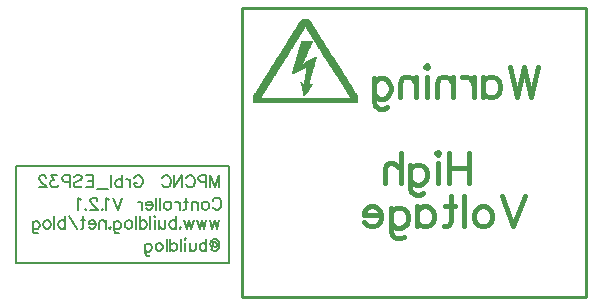
<source format=gbr>
G04 DipTrace 3.3.1.3*
G04 BottomSilk.gbr*
%MOIN*%
G04 #@! TF.FileFunction,Legend,Bot*
G04 #@! TF.Part,Single*
%ADD10C,0.009843*%
%ADD12C,0.003*%
%ADD27C,0.008*%
%ADD124C,0.006176*%
%ADD125C,0.015439*%
%FSLAX26Y26*%
G04*
G70*
G90*
G75*
G01*
G04 BotSilk*
%LPD*%
X3149950Y3268700D2*
D10*
X4293700D1*
Y2306200D1*
X3149950D1*
Y3268700D1*
X2393700Y2743700D2*
D27*
X3106200D1*
Y2418700D1*
X2393700D1*
Y2743700D1*
X3349200Y3234450D2*
D12*
X3370200D1*
X3346212Y3231450D2*
X3372163D1*
X3343317Y3228450D2*
X3374164D1*
X3340711Y3225450D2*
X3376202D1*
X3338535Y3222450D2*
X3378084D1*
X3336687Y3219450D2*
X3379800D1*
X3334940Y3216450D2*
X3381492D1*
X3333093Y3213450D2*
X3383318D1*
X3331126Y3210450D2*
X3385278D1*
X3329187Y3207450D2*
X3354725D1*
X3361778D2*
X3387214D1*
X3327209Y3204450D2*
X3353864D1*
X3362918D2*
X3389191D1*
X3325186Y3201450D2*
X3352599D1*
X3364519D2*
X3391214D1*
X3323311Y3198450D2*
X3350961D1*
X3366208D2*
X3393089D1*
X3321598Y3195450D2*
X3349089D1*
X3367846D2*
X3394802D1*
X3319907Y3192450D2*
X3347275D1*
X3369508D2*
X3396493D1*
X3318081Y3189450D2*
X3345586D1*
X3371324D2*
X3398319D1*
X3316122Y3186450D2*
X3343903D1*
X3373280D2*
X3400278D1*
X3314186Y3183450D2*
X3342080D1*
X3375215D2*
X3402214D1*
X3312209Y3180450D2*
X3340133D1*
X3377192D2*
X3404191D1*
X3310186Y3177450D2*
X3338291D1*
X3379214D2*
X3406214D1*
X3308311Y3174450D2*
X3336591D1*
X3381089D2*
X3408089D1*
X3306598Y3171450D2*
X3334905D1*
X3382802D2*
X3409802D1*
X3304907Y3168450D2*
X3333080D1*
X3384493D2*
X3411493D1*
X3303081Y3165450D2*
X3331121D1*
X3386319D2*
X3413319D1*
X3301134Y3162450D2*
X3329185D1*
X3388278D2*
X3415278D1*
X3299291Y3159450D2*
X3327209D1*
X3346200D2*
X3382200D1*
X3390214D2*
X3417214D1*
X3297591Y3156450D2*
X3325186D1*
X3344803D2*
X3380352D1*
X3392191D2*
X3419191D1*
X3295905Y3153450D2*
X3323311D1*
X3343836D2*
X3378734D1*
X3394214D2*
X3421214D1*
X3294080Y3150450D2*
X3321598D1*
X3343018D2*
X3377416D1*
X3396089D2*
X3423089D1*
X3292121Y3147450D2*
X3319907D1*
X3342094D2*
X3376303D1*
X3397802D2*
X3424802D1*
X3290185Y3144450D2*
X3318081D1*
X3341142D2*
X3375122D1*
X3399493D2*
X3426493D1*
X3288209Y3141450D2*
X3316122D1*
X3340206D2*
X3373802D1*
X3401319D2*
X3428319D1*
X3286186Y3138450D2*
X3314186D1*
X3339187D2*
X3372391D1*
X3403278D2*
X3430278D1*
X3284311Y3135450D2*
X3312209D1*
X3338182D2*
X3370926D1*
X3405214D2*
X3432214D1*
X3282598Y3132450D2*
X3310186D1*
X3337222D2*
X3369443D1*
X3407191D2*
X3434191D1*
X3280907Y3129450D2*
X3308311D1*
X3336205D2*
X3367958D1*
X3409214D2*
X3436214D1*
X3279081Y3126450D2*
X3306598D1*
X3335289D2*
X3366556D1*
X3411089D2*
X3438089D1*
X3277122Y3123450D2*
X3304907D1*
X3334605D2*
X3365343D1*
X3412802D2*
X3439802D1*
X3275174Y3120450D2*
X3303081D1*
X3333924D2*
X3364275D1*
X3414493D2*
X3441504D1*
X3273103Y3117450D2*
X3301122D1*
X3333058D2*
X3363112D1*
X3416319D2*
X3443424D1*
X3270792Y3114450D2*
X3299186D1*
X3332128D2*
X3361798D1*
X3418278D2*
X3445661D1*
X3268487Y3111450D2*
X3297209D1*
X3331202D2*
X3360390D1*
X3420214D2*
X3447945D1*
X3266447Y3108450D2*
X3295186D1*
X3330197D2*
X3358937D1*
X3422191D2*
X3450066D1*
X3264654Y3105450D2*
X3293311D1*
X3329287D2*
X3357548D1*
X3391200D2*
X3394200D1*
X3424214D2*
X3452131D1*
X3262928Y3102450D2*
X3291598D1*
X3328604D2*
X3356340D1*
X3385086D2*
X3393736D1*
X3426089D2*
X3454203D1*
X3261089Y3099450D2*
X3289907D1*
X3327923D2*
X3355274D1*
X3378713D2*
X3392981D1*
X3427802D2*
X3456186D1*
X3259136Y3096450D2*
X3288081D1*
X3327058D2*
X3354102D1*
X3372108D2*
X3392099D1*
X3429504D2*
X3458181D1*
X3257292Y3093450D2*
X3286122D1*
X3326128D2*
X3352712D1*
X3365794D2*
X3391191D1*
X3431424D2*
X3460210D1*
X3255591Y3090450D2*
X3284186D1*
X3325202D2*
X3351055D1*
X3360251D2*
X3390194D1*
X3433661D2*
X3462088D1*
X3253905Y3087450D2*
X3282209D1*
X3324197D2*
X3349200D1*
X3355200D2*
X3389285D1*
X3435933D2*
X3463801D1*
X3252080Y3084450D2*
X3280186D1*
X3323287D2*
X3388604D1*
X3437961D2*
X3465493D1*
X3250122Y3081450D2*
X3278311D1*
X3322604D2*
X3387923D1*
X3439749D2*
X3467319D1*
X3248185Y3078450D2*
X3276598D1*
X3321923D2*
X3387058D1*
X3441484D2*
X3469278D1*
X3246209Y3075450D2*
X3274896D1*
X3321058D2*
X3386128D1*
X3443417D2*
X3471214D1*
X3244186Y3072450D2*
X3272976D1*
X3320128D2*
X3358790D1*
X3363736D2*
X3385202D1*
X3445658D2*
X3473191D1*
X3242311Y3069450D2*
X3270739D1*
X3319202D2*
X3351035D1*
X3362993D2*
X3384197D1*
X3447932D2*
X3475214D1*
X3240598Y3066450D2*
X3268467D1*
X3318197D2*
X3344030D1*
X3362216D2*
X3383287D1*
X3449960D2*
X3477089D1*
X3238907Y3063450D2*
X3266439D1*
X3317298D2*
X3337543D1*
X3361690D2*
X3382604D1*
X3451749D2*
X3478802D1*
X3237081Y3060450D2*
X3264651D1*
X3316719D2*
X3331332D1*
X3361400D2*
X3381923D1*
X3453472D2*
X3480493D1*
X3235122Y3057450D2*
X3262928D1*
X3316404D2*
X3325246D1*
X3361167D2*
X3381058D1*
X3455311D2*
X3482319D1*
X3233186Y3054450D2*
X3261089D1*
X3316200D2*
X3319200D1*
X3360732D2*
X3380128D1*
X3457276D2*
X3484278D1*
X3231209Y3051450D2*
X3259124D1*
X3359993D2*
X3379202D1*
X3459214D2*
X3486214D1*
X3229186Y3048450D2*
X3257186D1*
X3359217D2*
X3378197D1*
X3461191D2*
X3488191D1*
X3227311Y3045450D2*
X3255209D1*
X3358691D2*
X3377287D1*
X3463225D2*
X3490214D1*
X3225598Y3042450D2*
X3253186D1*
X3358400D2*
X3376604D1*
X3465194D2*
X3492089D1*
X3223907Y3039450D2*
X3251311D1*
X3358167D2*
X3375923D1*
X3467184D2*
X3493802D1*
X3222081Y3036450D2*
X3249598D1*
X3357732D2*
X3375070D1*
X3469223D2*
X3495493D1*
X3220122Y3033450D2*
X3247907D1*
X3356993D2*
X3374234D1*
X3471193D2*
X3497319D1*
X3218186Y3030450D2*
X3246081D1*
X3356217D2*
X3373584D1*
X3473184D2*
X3499278D1*
X3216209Y3027450D2*
X3244122D1*
X3355689D2*
X3372916D1*
X3475211D2*
X3501214D1*
X3214186Y3024450D2*
X3242186D1*
X3343200D2*
X3346200D1*
X3355394D2*
X3372067D1*
X3477088D2*
X3503191D1*
X3212311Y3021450D2*
X3240209D1*
X3344226D2*
X3349200D1*
X3355200D2*
X3371237D1*
X3478801D2*
X3505214D1*
X3210610Y3018450D2*
X3238186D1*
X3345130D2*
X3370647D1*
X3480493D2*
X3507089D1*
X3209013Y3015450D2*
X3236311D1*
X3345804D2*
X3370200D1*
X3376200D2*
X3382200D1*
X3482319D2*
X3508802D1*
X3207464Y3012450D2*
X3234598D1*
X3346481D2*
X3379664D1*
X3484278D2*
X3510493D1*
X3205852Y3009450D2*
X3232907D1*
X3347331D2*
X3377419D1*
X3486214D2*
X3512319D1*
X3204060Y3006450D2*
X3231081D1*
X3348155D2*
X3375301D1*
X3488191D2*
X3514266D1*
X3202114Y3003450D2*
X3229122D1*
X3348711D2*
X3373209D1*
X3490214D2*
X3516109D1*
X3200183Y3000450D2*
X3227186D1*
X3349102D2*
X3371218D1*
X3492089D2*
X3517809D1*
X3198208Y2997450D2*
X3225209D1*
X3349614D2*
X3369220D1*
X3493802D2*
X3519495D1*
X3196174Y2994450D2*
X3223186D1*
X3350386D2*
X3367178D1*
X3495493D2*
X3521320D1*
X3194206Y2991450D2*
X3221311D1*
X3351176D2*
X3365195D1*
X3497319D2*
X3523279D1*
X3192216Y2988450D2*
X3219598D1*
X3351707D2*
X3363099D1*
X3499278D2*
X3525215D1*
X3190189Y2985450D2*
X3217907D1*
X3351988D2*
X3360680D1*
X3501214D2*
X3527180D1*
X3188324Y2982450D2*
X3216093D1*
X3352121D2*
X3357996D1*
X3503180D2*
X3529097D1*
X3186727Y2979450D2*
X3214250D1*
X3352200D2*
X3355200D1*
X3505097D2*
X3530578D1*
X3185524Y2976450D2*
X3212792D1*
X3506588D2*
X3531455D1*
X3184811Y2973450D2*
X3211864D1*
X3507529D2*
X3531889D1*
X3184456Y2970450D2*
X3532079D1*
X3184300Y2967450D2*
X3532155D1*
X3184237Y2964450D2*
X3532184D1*
X3184213Y2961450D2*
X3532195D1*
X3184204Y2958450D2*
X3532198D1*
X3184200Y2955450D2*
X3532200D1*
X3349200Y3234450D2*
X3346212Y3231450D1*
X3343317Y3228450D1*
X3340711Y3225450D1*
X3338535Y3222450D1*
X3336687Y3219450D1*
X3334940Y3216450D1*
X3333093Y3213450D1*
X3331126Y3210450D1*
X3329187Y3207450D1*
X3327209Y3204450D1*
X3325186Y3201450D1*
X3323311Y3198450D1*
X3321598Y3195450D1*
X3319907Y3192450D1*
X3318081Y3189450D1*
X3316122Y3186450D1*
X3314186Y3183450D1*
X3312209Y3180450D1*
X3310186Y3177450D1*
X3308311Y3174450D1*
X3306598Y3171450D1*
X3304907Y3168450D1*
X3303081Y3165450D1*
X3301134Y3162450D1*
X3299291Y3159450D1*
X3297591Y3156450D1*
X3295905Y3153450D1*
X3294080Y3150450D1*
X3292121Y3147450D1*
X3290185Y3144450D1*
X3288209Y3141450D1*
X3286186Y3138450D1*
X3284311Y3135450D1*
X3282598Y3132450D1*
X3280907Y3129450D1*
X3279081Y3126450D1*
X3277122Y3123450D1*
X3275174Y3120450D1*
X3273103Y3117450D1*
X3270792Y3114450D1*
X3268487Y3111450D1*
X3266447Y3108450D1*
X3264654Y3105450D1*
X3262928Y3102450D1*
X3261089Y3099450D1*
X3259136Y3096450D1*
X3257292Y3093450D1*
X3255591Y3090450D1*
X3253905Y3087450D1*
X3252080Y3084450D1*
X3250122Y3081450D1*
X3248185Y3078450D1*
X3246209Y3075450D1*
X3244186Y3072450D1*
X3242311Y3069450D1*
X3240598Y3066450D1*
X3238907Y3063450D1*
X3237081Y3060450D1*
X3235122Y3057450D1*
X3233186Y3054450D1*
X3231209Y3051450D1*
X3229186Y3048450D1*
X3227311Y3045450D1*
X3225598Y3042450D1*
X3223907Y3039450D1*
X3222081Y3036450D1*
X3220122Y3033450D1*
X3218186Y3030450D1*
X3216209Y3027450D1*
X3214186Y3024450D1*
X3212311Y3021450D1*
X3210610Y3018450D1*
X3209013Y3015450D1*
X3207464Y3012450D1*
X3205852Y3009450D1*
X3204060Y3006450D1*
X3202114Y3003450D1*
X3200183Y3000450D1*
X3198208Y2997450D1*
X3196174Y2994450D1*
X3194206Y2991450D1*
X3192216Y2988450D1*
X3190189Y2985450D1*
X3188324Y2982450D1*
X3186727Y2979450D1*
X3185524Y2976450D1*
X3184811Y2973450D1*
X3184456Y2970450D1*
X3184300Y2967450D1*
X3184237Y2964450D1*
X3184213Y2961450D1*
X3184204Y2958450D1*
X3184200Y2955450D1*
X3370200Y3234450D2*
X3372163Y3231450D1*
X3374164Y3228450D1*
X3376202Y3225450D1*
X3378084Y3222450D1*
X3379800Y3219450D1*
X3381492Y3216450D1*
X3383318Y3213450D1*
X3385278Y3210450D1*
X3387214Y3207450D1*
X3389191Y3204450D1*
X3391214Y3201450D1*
X3393089Y3198450D1*
X3394802Y3195450D1*
X3396493Y3192450D1*
X3398319Y3189450D1*
X3400278Y3186450D1*
X3402214Y3183450D1*
X3404191Y3180450D1*
X3406214Y3177450D1*
X3408089Y3174450D1*
X3409802Y3171450D1*
X3411493Y3168450D1*
X3413319Y3165450D1*
X3415278Y3162450D1*
X3417214Y3159450D1*
X3419191Y3156450D1*
X3421214Y3153450D1*
X3423089Y3150450D1*
X3424802Y3147450D1*
X3426493Y3144450D1*
X3428319Y3141450D1*
X3430278Y3138450D1*
X3432214Y3135450D1*
X3434191Y3132450D1*
X3436214Y3129450D1*
X3438089Y3126450D1*
X3439802Y3123450D1*
X3441504Y3120450D1*
X3443424Y3117450D1*
X3445661Y3114450D1*
X3447945Y3111450D1*
X3450066Y3108450D1*
X3452131Y3105450D1*
X3454203Y3102450D1*
X3456186Y3099450D1*
X3458181Y3096450D1*
X3460210Y3093450D1*
X3462088Y3090450D1*
X3463801Y3087450D1*
X3465493Y3084450D1*
X3467319Y3081450D1*
X3469278Y3078450D1*
X3471214Y3075450D1*
X3473191Y3072450D1*
X3475214Y3069450D1*
X3477089Y3066450D1*
X3478802Y3063450D1*
X3480493Y3060450D1*
X3482319Y3057450D1*
X3484278Y3054450D1*
X3486214Y3051450D1*
X3488191Y3048450D1*
X3490214Y3045450D1*
X3492089Y3042450D1*
X3493802Y3039450D1*
X3495493Y3036450D1*
X3497319Y3033450D1*
X3499278Y3030450D1*
X3501214Y3027450D1*
X3503191Y3024450D1*
X3505214Y3021450D1*
X3507089Y3018450D1*
X3508802Y3015450D1*
X3510493Y3012450D1*
X3512319Y3009450D1*
X3514266Y3006450D1*
X3516109Y3003450D1*
X3517809Y3000450D1*
X3519495Y2997450D1*
X3521320Y2994450D1*
X3523279Y2991450D1*
X3525215Y2988450D1*
X3527180Y2985450D1*
X3529097Y2982450D1*
X3530578Y2979450D1*
X3531455Y2976450D1*
X3531889Y2973450D1*
X3532079Y2970450D1*
X3532155Y2967450D1*
X3532184Y2964450D1*
X3532195Y2961450D1*
X3532198Y2958450D1*
X3532200Y2955450D1*
X3355200Y3210450D2*
X3354725Y3207450D1*
X3353864Y3204450D1*
X3352599Y3201450D1*
X3350961Y3198450D1*
X3349089Y3195450D1*
X3347275Y3192450D1*
X3345586Y3189450D1*
X3343903Y3186450D1*
X3342080Y3183450D1*
X3340133Y3180450D1*
X3338291Y3177450D1*
X3336591Y3174450D1*
X3334905Y3171450D1*
X3333080Y3168450D1*
X3331121Y3165450D1*
X3329185Y3162450D1*
X3327209Y3159450D1*
X3325186Y3156450D1*
X3323311Y3153450D1*
X3321598Y3150450D1*
X3319907Y3147450D1*
X3318081Y3144450D1*
X3316122Y3141450D1*
X3314186Y3138450D1*
X3312209Y3135450D1*
X3310186Y3132450D1*
X3308311Y3129450D1*
X3306598Y3126450D1*
X3304907Y3123450D1*
X3303081Y3120450D1*
X3301122Y3117450D1*
X3299186Y3114450D1*
X3297209Y3111450D1*
X3295186Y3108450D1*
X3293311Y3105450D1*
X3291598Y3102450D1*
X3289907Y3099450D1*
X3288081Y3096450D1*
X3286122Y3093450D1*
X3284186Y3090450D1*
X3282209Y3087450D1*
X3280186Y3084450D1*
X3278311Y3081450D1*
X3276598Y3078450D1*
X3274896Y3075450D1*
X3272976Y3072450D1*
X3270739Y3069450D1*
X3268467Y3066450D1*
X3266439Y3063450D1*
X3264651Y3060450D1*
X3262928Y3057450D1*
X3261089Y3054450D1*
X3259124Y3051450D1*
X3257186Y3048450D1*
X3255209Y3045450D1*
X3253186Y3042450D1*
X3251311Y3039450D1*
X3249598Y3036450D1*
X3247907Y3033450D1*
X3246081Y3030450D1*
X3244122Y3027450D1*
X3242186Y3024450D1*
X3240209Y3021450D1*
X3238186Y3018450D1*
X3236311Y3015450D1*
X3234598Y3012450D1*
X3232907Y3009450D1*
X3231081Y3006450D1*
X3229122Y3003450D1*
X3227186Y3000450D1*
X3225209Y2997450D1*
X3223186Y2994450D1*
X3221311Y2991450D1*
X3219598Y2988450D1*
X3217907Y2985450D1*
X3216093Y2982450D1*
X3214250Y2979450D1*
X3212792Y2976450D1*
X3211864Y2973450D1*
X3211200Y2970450D1*
X3361200Y3210450D2*
X3361778Y3207450D1*
X3362918Y3204450D1*
X3364519Y3201450D1*
X3366208Y3198450D1*
X3367846Y3195450D1*
X3369508Y3192450D1*
X3371324Y3189450D1*
X3373280Y3186450D1*
X3375215Y3183450D1*
X3377192Y3180450D1*
X3379214Y3177450D1*
X3381089Y3174450D1*
X3382802Y3171450D1*
X3384493Y3168450D1*
X3386319Y3165450D1*
X3388278Y3162450D1*
X3390214Y3159450D1*
X3392191Y3156450D1*
X3394214Y3153450D1*
X3396089Y3150450D1*
X3397802Y3147450D1*
X3399493Y3144450D1*
X3401319Y3141450D1*
X3403278Y3138450D1*
X3405214Y3135450D1*
X3407191Y3132450D1*
X3409214Y3129450D1*
X3411089Y3126450D1*
X3412802Y3123450D1*
X3414493Y3120450D1*
X3416319Y3117450D1*
X3418278Y3114450D1*
X3420214Y3111450D1*
X3422191Y3108450D1*
X3424214Y3105450D1*
X3426089Y3102450D1*
X3427802Y3099450D1*
X3429504Y3096450D1*
X3431424Y3093450D1*
X3433661Y3090450D1*
X3435933Y3087450D1*
X3437961Y3084450D1*
X3439749Y3081450D1*
X3441484Y3078450D1*
X3443417Y3075450D1*
X3445658Y3072450D1*
X3447932Y3069450D1*
X3449960Y3066450D1*
X3451749Y3063450D1*
X3453472Y3060450D1*
X3455311Y3057450D1*
X3457276Y3054450D1*
X3459214Y3051450D1*
X3461191Y3048450D1*
X3463225Y3045450D1*
X3465194Y3042450D1*
X3467184Y3039450D1*
X3469223Y3036450D1*
X3471193Y3033450D1*
X3473184Y3030450D1*
X3475211Y3027450D1*
X3477088Y3024450D1*
X3478801Y3021450D1*
X3480493Y3018450D1*
X3482319Y3015450D1*
X3484278Y3012450D1*
X3486214Y3009450D1*
X3488191Y3006450D1*
X3490214Y3003450D1*
X3492089Y3000450D1*
X3493802Y2997450D1*
X3495493Y2994450D1*
X3497319Y2991450D1*
X3499278Y2988450D1*
X3501214Y2985450D1*
X3503180Y2982450D1*
X3505097Y2979450D1*
X3506588Y2976450D1*
X3507529Y2973450D1*
X3508200Y2970450D1*
X3346200Y3159450D2*
X3344803Y3156450D1*
X3343836Y3153450D1*
X3343018Y3150450D1*
X3342094Y3147450D1*
X3341142Y3144450D1*
X3340206Y3141450D1*
X3339187Y3138450D1*
X3338182Y3135450D1*
X3337222Y3132450D1*
X3336205Y3129450D1*
X3335289Y3126450D1*
X3334605Y3123450D1*
X3333924Y3120450D1*
X3333058Y3117450D1*
X3332128Y3114450D1*
X3331202Y3111450D1*
X3330197Y3108450D1*
X3329287Y3105450D1*
X3328604Y3102450D1*
X3327923Y3099450D1*
X3327058Y3096450D1*
X3326128Y3093450D1*
X3325202Y3090450D1*
X3324197Y3087450D1*
X3323287Y3084450D1*
X3322604Y3081450D1*
X3321923Y3078450D1*
X3321058Y3075450D1*
X3320128Y3072450D1*
X3319202Y3069450D1*
X3318197Y3066450D1*
X3317298Y3063450D1*
X3316719Y3060450D1*
X3316404Y3057450D1*
X3316200Y3054450D1*
X3382200Y3159450D2*
X3380352Y3156450D1*
X3378734Y3153450D1*
X3377416Y3150450D1*
X3376303Y3147450D1*
X3375122Y3144450D1*
X3373802Y3141450D1*
X3372391Y3138450D1*
X3370926Y3135450D1*
X3369443Y3132450D1*
X3367958Y3129450D1*
X3366556Y3126450D1*
X3365343Y3123450D1*
X3364275Y3120450D1*
X3363112Y3117450D1*
X3361798Y3114450D1*
X3360390Y3111450D1*
X3358937Y3108450D1*
X3357548Y3105450D1*
X3356340Y3102450D1*
X3355274Y3099450D1*
X3354102Y3096450D1*
X3352712Y3093450D1*
X3351055Y3090450D1*
X3349200Y3087450D1*
X3391200Y3105450D2*
X3385086Y3102450D1*
X3378713Y3099450D1*
X3372108Y3096450D1*
X3365794Y3093450D1*
X3360251Y3090450D1*
X3355200Y3087450D1*
X3394200Y3105450D2*
X3393736Y3102450D1*
X3392981Y3099450D1*
X3392099Y3096450D1*
X3391191Y3093450D1*
X3390194Y3090450D1*
X3389285Y3087450D1*
X3388604Y3084450D1*
X3387923Y3081450D1*
X3387058Y3078450D1*
X3386128Y3075450D1*
X3385202Y3072450D1*
X3384197Y3069450D1*
X3383287Y3066450D1*
X3382604Y3063450D1*
X3381923Y3060450D1*
X3381058Y3057450D1*
X3380128Y3054450D1*
X3379202Y3051450D1*
X3378197Y3048450D1*
X3377287Y3045450D1*
X3376604Y3042450D1*
X3375923Y3039450D1*
X3375070Y3036450D1*
X3374234Y3033450D1*
X3373584Y3030450D1*
X3372916Y3027450D1*
X3372067Y3024450D1*
X3371237Y3021450D1*
X3370647Y3018450D1*
X3370200Y3015450D1*
X3367200Y3075450D2*
X3358790Y3072450D1*
X3351035Y3069450D1*
X3344030Y3066450D1*
X3337543Y3063450D1*
X3331332Y3060450D1*
X3325246Y3057450D1*
X3319200Y3054450D1*
X3364200Y3075450D2*
X3363736Y3072450D1*
X3362993Y3069450D1*
X3362216Y3066450D1*
X3361690Y3063450D1*
X3361400Y3060450D1*
X3361167Y3057450D1*
X3360732Y3054450D1*
X3359993Y3051450D1*
X3359217Y3048450D1*
X3358691Y3045450D1*
X3358400Y3042450D1*
X3358167Y3039450D1*
X3357732Y3036450D1*
X3356993Y3033450D1*
X3356217Y3030450D1*
X3355689Y3027450D1*
X3355394Y3024450D1*
X3355200Y3021450D1*
X3343200Y3024450D2*
X3344226Y3021450D1*
X3345130Y3018450D1*
X3345804Y3015450D1*
X3346481Y3012450D1*
X3347331Y3009450D1*
X3348155Y3006450D1*
X3348711Y3003450D1*
X3349102Y3000450D1*
X3349614Y2997450D1*
X3350386Y2994450D1*
X3351176Y2991450D1*
X3351707Y2988450D1*
X3351988Y2985450D1*
X3352121Y2982450D1*
X3352200Y2979450D1*
X3346200Y3024450D2*
X3349200Y3021450D1*
X3376200Y3015450D2*
X3382200D2*
X3379664Y3012450D1*
X3377419Y3009450D1*
X3375301Y3006450D1*
X3373209Y3003450D1*
X3371218Y3000450D1*
X3369220Y2997450D1*
X3367178Y2994450D1*
X3365195Y2991450D1*
X3363099Y2988450D1*
X3360680Y2985450D1*
X3357996Y2982450D1*
X3355200Y2979450D1*
X3042494Y2672660D2*
D124*
Y2712852D1*
X3057792Y2672660D1*
X3073091Y2712852D1*
Y2672660D1*
X3030142Y2691806D2*
X3012898D1*
X3007194Y2693707D1*
X3005249Y2695652D1*
X3003347Y2699455D1*
Y2705203D1*
X3005249Y2709005D1*
X3007194Y2710951D1*
X3012898Y2712852D1*
X3030142D1*
Y2672660D1*
X2962300Y2703302D2*
X2964201Y2707104D1*
X2968048Y2710951D1*
X2971851Y2712852D1*
X2979500D1*
X2983347Y2710951D1*
X2987149Y2707104D1*
X2989095Y2703302D1*
X2990996Y2697554D1*
Y2687959D1*
X2989095Y2682255D1*
X2987149Y2678408D1*
X2983347Y2674606D1*
X2979500Y2672660D1*
X2971851D1*
X2968048Y2674606D1*
X2964201Y2678408D1*
X2962300Y2682255D1*
X2923154Y2712852D2*
Y2672660D1*
X2949949Y2712852D1*
Y2672660D1*
X2882107Y2703302D2*
X2884008Y2707104D1*
X2887855Y2710951D1*
X2891657Y2712852D1*
X2899307D1*
X2903153Y2710951D1*
X2906956Y2707104D1*
X2908901Y2703302D1*
X2910803Y2697554D1*
Y2687959D1*
X2908901Y2682255D1*
X2906956Y2678408D1*
X2903153Y2674606D1*
X2899307Y2672660D1*
X2891657D1*
X2887855Y2674606D1*
X2884008Y2678408D1*
X2882107Y2682255D1*
X2788490Y2703302D2*
X2790391Y2707104D1*
X2794238Y2710951D1*
X2798040Y2712852D1*
X2805689D1*
X2809536Y2710951D1*
X2813339Y2707104D1*
X2815284Y2703302D1*
X2817186Y2697554D1*
Y2687959D1*
X2815284Y2682255D1*
X2813339Y2678408D1*
X2809536Y2674606D1*
X2805689Y2672660D1*
X2798040D1*
X2794238Y2674606D1*
X2790391Y2678408D1*
X2788490Y2682255D1*
Y2687959D1*
X2798040D1*
X2776138Y2699455D2*
Y2672660D1*
Y2687959D2*
X2774193Y2693707D1*
X2770390Y2697554D1*
X2766543Y2699455D1*
X2760795D1*
X2748444Y2712852D2*
Y2672660D1*
Y2693707D2*
X2744597Y2697554D1*
X2740795Y2699455D1*
X2735047D1*
X2731244Y2697554D1*
X2727397Y2693707D1*
X2725496Y2687959D1*
Y2684156D1*
X2727397Y2678408D1*
X2731244Y2674606D1*
X2735047Y2672660D1*
X2740795D1*
X2744597Y2674606D1*
X2748444Y2678408D1*
X2713145Y2712852D2*
Y2672660D1*
X2700793Y2666028D2*
X2664448D1*
X2627247Y2712852D2*
X2652097D1*
Y2672660D1*
X2627247D1*
X2652097Y2693707D2*
X2636798D1*
X2588101Y2707104D2*
X2591904Y2710951D1*
X2597652Y2712852D1*
X2605301D1*
X2611049Y2710951D1*
X2614896Y2707104D1*
Y2703302D1*
X2612951Y2699455D1*
X2611049Y2697554D1*
X2607247Y2695652D1*
X2595751Y2691806D1*
X2591904Y2689904D1*
X2590003Y2687959D1*
X2588101Y2684156D1*
Y2678408D1*
X2591904Y2674606D1*
X2597652Y2672660D1*
X2605301D1*
X2611049Y2674606D1*
X2614896Y2678408D1*
X2575750Y2691806D2*
X2558506D1*
X2552802Y2693707D1*
X2550857Y2695652D1*
X2548955Y2699455D1*
Y2705203D1*
X2550857Y2709005D1*
X2552802Y2710951D1*
X2558506Y2712852D1*
X2575750D1*
Y2672660D1*
X2532757Y2712808D2*
X2511755D1*
X2523207Y2697509D1*
X2517459D1*
X2513656Y2695608D1*
X2511755Y2693707D1*
X2509809Y2687959D1*
Y2684156D1*
X2511755Y2678408D1*
X2515557Y2674561D1*
X2521305Y2672660D1*
X2527053D1*
X2532757Y2674561D1*
X2534658Y2676507D1*
X2536604Y2680310D1*
X2495512Y2703257D2*
Y2705159D1*
X2493611Y2709005D1*
X2491710Y2710907D1*
X2487863Y2712808D1*
X2480214D1*
X2476411Y2710907D1*
X2474510Y2709005D1*
X2472564Y2705159D1*
Y2701356D1*
X2474510Y2697509D1*
X2478312Y2691806D1*
X2497458Y2672660D1*
X2470663D1*
X3051289Y2628302D2*
X3053190Y2632104D1*
X3057037Y2635951D1*
X3060840Y2637852D1*
X3068489D1*
X3072336Y2635951D1*
X3076138Y2632104D1*
X3078084Y2628302D1*
X3079985Y2622554D1*
Y2612959D1*
X3078084Y2607255D1*
X3076138Y2603408D1*
X3072336Y2599606D1*
X3068489Y2597660D1*
X3060840D1*
X3057037Y2599606D1*
X3053190Y2603408D1*
X3051289Y2607255D1*
X3029387Y2624455D2*
X3033190Y2622554D1*
X3037037Y2618707D1*
X3038938Y2612959D1*
Y2609156D1*
X3037037Y2603408D1*
X3033190Y2599606D1*
X3029387Y2597660D1*
X3023639D1*
X3019792Y2599606D1*
X3015990Y2603408D1*
X3014044Y2609156D1*
Y2612959D1*
X3015990Y2618707D1*
X3019792Y2622554D1*
X3023639Y2624455D1*
X3029387D1*
X3001693D2*
Y2597660D1*
Y2616806D2*
X2995945Y2622554D1*
X2992098Y2624455D1*
X2986394D1*
X2982548Y2622554D1*
X2980646Y2616806D1*
Y2597660D1*
X2962547Y2637852D2*
Y2605310D1*
X2960646Y2599606D1*
X2956799Y2597660D1*
X2952996D1*
X2968295Y2624455D2*
X2954898D1*
X2940645D2*
Y2597660D1*
Y2612959D2*
X2938699Y2618707D1*
X2934897Y2622554D1*
X2931050Y2624455D1*
X2925302D1*
X2903400D2*
X2907203Y2622554D1*
X2911049Y2618707D1*
X2912951Y2612959D1*
Y2609156D1*
X2911049Y2603408D1*
X2907203Y2599606D1*
X2903400Y2597660D1*
X2897652D1*
X2893805Y2599606D1*
X2890003Y2603408D1*
X2888057Y2609156D1*
Y2612959D1*
X2890003Y2618707D1*
X2893805Y2622554D1*
X2897652Y2624455D1*
X2903400D1*
X2875706Y2637852D2*
Y2597660D1*
X2863355Y2637852D2*
Y2597660D1*
X2851003Y2612959D2*
X2828055D1*
Y2616806D1*
X2829957Y2620652D1*
X2831858Y2622554D1*
X2835705Y2624455D1*
X2841453D1*
X2845255Y2622554D1*
X2849102Y2618707D1*
X2851003Y2612959D1*
Y2609156D1*
X2849102Y2603408D1*
X2845255Y2599606D1*
X2841453Y2597660D1*
X2835705D1*
X2831858Y2599606D1*
X2828055Y2603408D1*
X2815704Y2624455D2*
Y2597660D1*
Y2612959D2*
X2813758Y2618707D1*
X2809956Y2622554D1*
X2806109Y2624455D1*
X2800361D1*
X2749129Y2637852D2*
X2733830Y2597660D1*
X2718532Y2637852D1*
X2706180Y2630159D2*
X2702334Y2632104D1*
X2696585Y2637808D1*
Y2597660D1*
X2682333Y2601507D2*
X2684234Y2599561D1*
X2682333Y2597660D1*
X2680387Y2599561D1*
X2682333Y2601507D1*
X2666090Y2628257D2*
Y2630159D1*
X2664189Y2634005D1*
X2662288Y2635907D1*
X2658441Y2637808D1*
X2650792D1*
X2646989Y2635907D1*
X2645088Y2634005D1*
X2643143Y2630159D1*
Y2626356D1*
X2645088Y2622509D1*
X2648891Y2616806D1*
X2668036Y2597660D1*
X2641241D1*
X2626989Y2601507D2*
X2628890Y2599561D1*
X2626989Y2597660D1*
X2625043Y2599561D1*
X2626989Y2601507D1*
X2612692Y2630159D2*
X2608845Y2632104D1*
X2603097Y2637808D1*
Y2597660D1*
X3073091Y2561955D2*
X3065441Y2535160D1*
X3057792Y2561955D1*
X3050143Y2535160D1*
X3042493Y2561955D1*
X3030142D2*
X3022493Y2535160D1*
X3014843Y2561955D1*
X3007194Y2535160D1*
X2999545Y2561955D1*
X2987193D2*
X2979544Y2535160D1*
X2971895Y2561955D1*
X2964246Y2535160D1*
X2956596Y2561955D1*
X2942344Y2539007D2*
X2944245Y2537061D1*
X2942344Y2535160D1*
X2940398Y2537061D1*
X2942344Y2539007D1*
X2928047Y2575352D2*
Y2535160D1*
Y2556207D2*
X2924200Y2560054D1*
X2920397Y2561955D1*
X2914649D1*
X2910847Y2560054D1*
X2907000Y2556207D1*
X2905099Y2550459D1*
Y2546656D1*
X2907000Y2540908D1*
X2910847Y2537106D1*
X2914649Y2535160D1*
X2920397D1*
X2924200Y2537106D1*
X2928047Y2540908D1*
X2892747Y2561955D2*
Y2542810D1*
X2890846Y2537106D1*
X2886999Y2535160D1*
X2881251D1*
X2877449Y2537106D1*
X2871701Y2542810D1*
Y2561955D2*
Y2535160D1*
X2859349Y2575352D2*
X2857448Y2573451D1*
X2855503Y2575352D1*
X2857448Y2577298D1*
X2859349Y2575352D1*
X2857448Y2561955D2*
Y2535160D1*
X2843151Y2575352D2*
Y2535160D1*
X2807852Y2575352D2*
Y2535160D1*
Y2556207D2*
X2811654Y2560054D1*
X2815501Y2561955D1*
X2821249D1*
X2825052Y2560054D1*
X2828899Y2556207D1*
X2830800Y2550459D1*
Y2546656D1*
X2828899Y2540908D1*
X2825052Y2537106D1*
X2821249Y2535160D1*
X2815501D1*
X2811654Y2537106D1*
X2807852Y2540908D1*
X2795500Y2575352D2*
Y2535160D1*
X2773599Y2561955D2*
X2777401Y2560054D1*
X2781248Y2556207D1*
X2783149Y2550459D1*
Y2546656D1*
X2781248Y2540908D1*
X2777401Y2537106D1*
X2773599Y2535160D1*
X2767850D1*
X2764004Y2537106D1*
X2760201Y2540908D1*
X2758256Y2546656D1*
Y2550459D1*
X2760201Y2556207D1*
X2764004Y2560054D1*
X2767850Y2561955D1*
X2773599D1*
X2722956Y2560054D2*
Y2529412D1*
X2724858Y2523708D1*
X2726759Y2521763D1*
X2730606Y2519862D1*
X2736354D1*
X2740156Y2521763D1*
X2722956Y2554306D2*
X2726759Y2558108D1*
X2730606Y2560054D1*
X2736354D1*
X2740156Y2558108D1*
X2744003Y2554306D1*
X2745904Y2548558D1*
Y2544711D1*
X2744003Y2539007D1*
X2740156Y2535160D1*
X2736354Y2533259D1*
X2730606D1*
X2726759Y2535160D1*
X2722956Y2539007D1*
X2708704D2*
X2710605Y2537061D1*
X2708704Y2535160D1*
X2706758Y2537061D1*
X2708704Y2539007D1*
X2694407Y2561955D2*
Y2535160D1*
Y2554306D2*
X2688659Y2560054D1*
X2684812Y2561955D1*
X2679108D1*
X2675261Y2560054D1*
X2673360Y2554306D1*
Y2535160D1*
X2661009Y2550459D2*
X2638061D1*
Y2554306D1*
X2639962Y2558152D1*
X2641863Y2560054D1*
X2645710Y2561955D1*
X2651458D1*
X2655261Y2560054D1*
X2659108Y2556207D1*
X2661009Y2550459D1*
Y2546656D1*
X2659108Y2540908D1*
X2655261Y2537106D1*
X2651458Y2535160D1*
X2645710D1*
X2641863Y2537106D1*
X2638061Y2540908D1*
X2619961Y2575352D2*
Y2542810D1*
X2618060Y2537106D1*
X2614213Y2535160D1*
X2610411D1*
X2625709Y2561955D2*
X2612312D1*
X2598059Y2535160D2*
X2571265Y2575308D1*
X2558913Y2575352D2*
Y2535160D1*
Y2556207D2*
X2555067Y2560054D1*
X2551264Y2561955D1*
X2545516D1*
X2541714Y2560054D1*
X2537867Y2556207D1*
X2535966Y2550459D1*
Y2546656D1*
X2537867Y2540908D1*
X2541714Y2537106D1*
X2545516Y2535160D1*
X2551264D1*
X2555067Y2537106D1*
X2558913Y2540908D1*
X2523614Y2575352D2*
Y2535160D1*
X2501712Y2561955D2*
X2505515Y2560054D1*
X2509361Y2556207D1*
X2511263Y2550459D1*
Y2546656D1*
X2509361Y2540908D1*
X2505515Y2537106D1*
X2501712Y2535160D1*
X2495964D1*
X2492117Y2537106D1*
X2488315Y2540908D1*
X2486369Y2546656D1*
Y2550459D1*
X2488315Y2556207D1*
X2492117Y2560054D1*
X2495964Y2561955D1*
X2501712D1*
X2451070Y2560054D2*
Y2529412D1*
X2452971Y2523708D1*
X2454873Y2521763D1*
X2458719Y2519862D1*
X2464467D1*
X2468270Y2521763D1*
X2451070Y2554306D2*
X2454873Y2558108D1*
X2458719Y2560054D1*
X2464467D1*
X2468270Y2558108D1*
X2472117Y2554306D1*
X2474018Y2548558D1*
Y2544711D1*
X2472117Y2539007D1*
X2468270Y2535160D1*
X2464467Y2533259D1*
X2458719D1*
X2454873Y2535160D1*
X2451070Y2539007D1*
X3052044Y2490757D2*
X3057792D1*
X3061594Y2488856D1*
X3063540Y2486955D1*
X3065441Y2483108D1*
Y2475459D1*
X3063540Y2473558D1*
X3059693D1*
X3052044Y2475459D1*
X3050143Y2471656D1*
X3048241D1*
X3044395Y2475459D1*
X3042493Y2485009D1*
X3044395Y2490757D1*
X3046296Y2494604D1*
X3050143Y2498407D1*
X3053945Y2500308D1*
X3061594D1*
X3065441Y2498407D1*
X3069244Y2494604D1*
X3071189Y2490757D1*
X3073091Y2485009D1*
Y2475459D1*
X3071189Y2469711D1*
X3069244Y2465908D1*
X3065441Y2462061D1*
X3061594Y2460160D1*
X3053945D1*
X3050143Y2462061D1*
X3046296Y2465908D1*
X3052044Y2492659D2*
Y2475459D1*
X3030142Y2500352D2*
Y2460160D1*
Y2481207D2*
X3026295Y2485054D1*
X3022493Y2486955D1*
X3016745D1*
X3012942Y2485054D1*
X3009095Y2481207D1*
X3007194Y2475459D1*
Y2471656D1*
X3009095Y2465908D1*
X3012942Y2462106D1*
X3016745Y2460160D1*
X3022493D1*
X3026295Y2462106D1*
X3030142Y2465908D1*
X2994843Y2486955D2*
Y2467810D1*
X2992941Y2462106D1*
X2989095Y2460160D1*
X2983347D1*
X2979544Y2462106D1*
X2973796Y2467810D1*
Y2486955D2*
Y2460160D1*
X2961445Y2500352D2*
X2959543Y2498451D1*
X2957598Y2500352D1*
X2959543Y2502298D1*
X2961445Y2500352D1*
X2959543Y2486955D2*
Y2460160D1*
X2945246Y2500352D2*
Y2460160D1*
X2909947Y2500352D2*
Y2460160D1*
Y2481207D2*
X2913750Y2485054D1*
X2917596Y2486955D1*
X2923344D1*
X2927147Y2485054D1*
X2930994Y2481207D1*
X2932895Y2475459D1*
Y2471656D1*
X2930994Y2465908D1*
X2927147Y2462106D1*
X2923344Y2460160D1*
X2917596D1*
X2913750Y2462106D1*
X2909947Y2465908D1*
X2897596Y2500352D2*
Y2460160D1*
X2875694Y2486955D2*
X2879496Y2485054D1*
X2883343Y2481207D1*
X2885244Y2475459D1*
Y2471656D1*
X2883343Y2465908D1*
X2879496Y2462106D1*
X2875694Y2460160D1*
X2869946D1*
X2866099Y2462106D1*
X2862296Y2465908D1*
X2860351Y2471656D1*
Y2475459D1*
X2862296Y2481207D1*
X2866099Y2485054D1*
X2869946Y2486955D1*
X2875694D1*
X2825052Y2485054D2*
Y2454412D1*
X2826953Y2448708D1*
X2828854Y2446763D1*
X2832701Y2444862D1*
X2838449D1*
X2842252Y2446763D1*
X2825052Y2479306D2*
X2828854Y2483108D1*
X2832701Y2485054D1*
X2838449D1*
X2842252Y2483108D1*
X2846098Y2479306D1*
X2848000Y2473558D1*
Y2469711D1*
X2846098Y2464007D1*
X2842252Y2460160D1*
X2838449Y2458259D1*
X2832701D1*
X2828854Y2460160D1*
X2825052Y2464007D1*
X4136394Y3073752D2*
D125*
X4112408Y2973272D1*
X4088531Y3073752D1*
X4064655Y2973272D1*
X4040668Y3073752D1*
X3952419Y3040259D2*
Y2973272D1*
Y3025889D2*
X3961926Y3035506D1*
X3971543Y3040259D1*
X3985802D1*
X3995419Y3035506D1*
X4004925Y3025889D1*
X4009789Y3011519D1*
Y3002012D1*
X4004925Y2987642D1*
X3995419Y2978136D1*
X3985802Y2973272D1*
X3971543D1*
X3961926Y2978136D1*
X3952419Y2987642D1*
X3921541Y3040259D2*
Y2973272D1*
Y3011519D2*
X3916677Y3025889D1*
X3907171Y3035506D1*
X3897554Y3040259D1*
X3883184D1*
X3852305D2*
Y2973272D1*
Y3021136D2*
X3837935Y3035506D1*
X3828318Y3040259D1*
X3814059D1*
X3804442Y3035506D1*
X3799689Y3021136D1*
Y2973272D1*
X3768810Y3073752D2*
X3764057Y3068999D1*
X3759193Y3073752D1*
X3764057Y3078616D1*
X3768810Y3073752D1*
X3764057Y3040259D2*
Y2973272D1*
X3728315Y3040259D2*
Y2973272D1*
Y3021136D2*
X3713945Y3035506D1*
X3704328Y3040259D1*
X3690068D1*
X3680451Y3035506D1*
X3675698Y3021136D1*
Y2973272D1*
X3587450Y3035506D2*
Y2958902D1*
X3592203Y2944643D1*
X3596956Y2939779D1*
X3606573Y2935026D1*
X3620943D1*
X3630450Y2939779D1*
X3587450Y3021136D2*
X3596956Y3030642D1*
X3606573Y3035506D1*
X3620943D1*
X3630450Y3030642D1*
X3640067Y3021136D1*
X3644820Y3006766D1*
Y2997149D1*
X3640067Y2982889D1*
X3630450Y2973272D1*
X3620943Y2968519D1*
X3606573D1*
X3596956Y2973272D1*
X3587450Y2982889D1*
X3904175Y2786252D2*
Y2685772D1*
X3837189Y2786252D2*
Y2685772D1*
X3904175Y2738388D2*
X3837189D1*
X3806310Y2786252D2*
X3801557Y2781499D1*
X3796693Y2786252D1*
X3801557Y2791115D1*
X3806310Y2786252D1*
X3801557Y2752758D2*
Y2685772D1*
X3708445Y2748005D2*
Y2671402D1*
X3713198Y2657142D1*
X3717951Y2652278D1*
X3727568Y2647525D1*
X3741938D1*
X3751445Y2652278D1*
X3708445Y2733635D2*
X3717951Y2743142D1*
X3727568Y2748005D1*
X3741938D1*
X3751445Y2743142D1*
X3761061Y2733635D1*
X3765815Y2719265D1*
Y2709648D1*
X3761061Y2695389D1*
X3751445Y2685772D1*
X3741938Y2681019D1*
X3727568D1*
X3717951Y2685772D1*
X3708445Y2695389D1*
X3677566Y2786252D2*
Y2685772D1*
Y2733635D2*
X3663196Y2748005D1*
X3653579Y2752758D1*
X3639209D1*
X3629703Y2748005D1*
X3624950Y2733635D1*
Y2685772D1*
X4090553Y2642502D2*
X4052307Y2542022D1*
X4014060Y2642502D1*
X3959305Y2609008D2*
X3968812Y2604255D1*
X3978428Y2594638D1*
X3983182Y2580268D1*
Y2570762D1*
X3978428Y2556392D1*
X3968812Y2546885D1*
X3959305Y2542022D1*
X3944935D1*
X3935318Y2546885D1*
X3925812Y2556392D1*
X3920948Y2570762D1*
Y2580268D1*
X3925812Y2594638D1*
X3935318Y2604255D1*
X3944935Y2609008D1*
X3959305D1*
X3890070Y2642502D2*
Y2542022D1*
X3844821Y2642502D2*
Y2561145D1*
X3840068Y2546885D1*
X3830451Y2542022D1*
X3820945D1*
X3859191Y2609008D2*
X3825698D1*
X3732696D2*
Y2542022D1*
Y2594638D2*
X3742203Y2604255D1*
X3751820Y2609008D1*
X3766079D1*
X3775696Y2604255D1*
X3785202Y2594638D1*
X3790066Y2580268D1*
Y2570762D1*
X3785202Y2556392D1*
X3775696Y2546885D1*
X3766079Y2542022D1*
X3751820D1*
X3742203Y2546885D1*
X3732696Y2556392D1*
X3644448Y2604255D2*
Y2527652D1*
X3649201Y2513392D1*
X3653954Y2508528D1*
X3663571Y2503775D1*
X3677941D1*
X3687448Y2508528D1*
X3644448Y2589885D2*
X3653954Y2599392D1*
X3663571Y2604255D1*
X3677941D1*
X3687448Y2599392D1*
X3697065Y2589885D1*
X3701818Y2575515D1*
Y2565898D1*
X3697065Y2551639D1*
X3687448Y2542022D1*
X3677941Y2537269D1*
X3663571D1*
X3653954Y2542022D1*
X3644448Y2551639D1*
X3613570Y2580268D2*
X3556200D1*
Y2589885D1*
X3560953Y2599502D1*
X3565706Y2604255D1*
X3575323Y2609008D1*
X3589693D1*
X3599200Y2604255D1*
X3608816Y2594638D1*
X3613570Y2580268D1*
Y2570762D1*
X3608816Y2556392D1*
X3599200Y2546885D1*
X3589693Y2542022D1*
X3575323D1*
X3565706Y2546885D1*
X3556200Y2556392D1*
M02*

</source>
